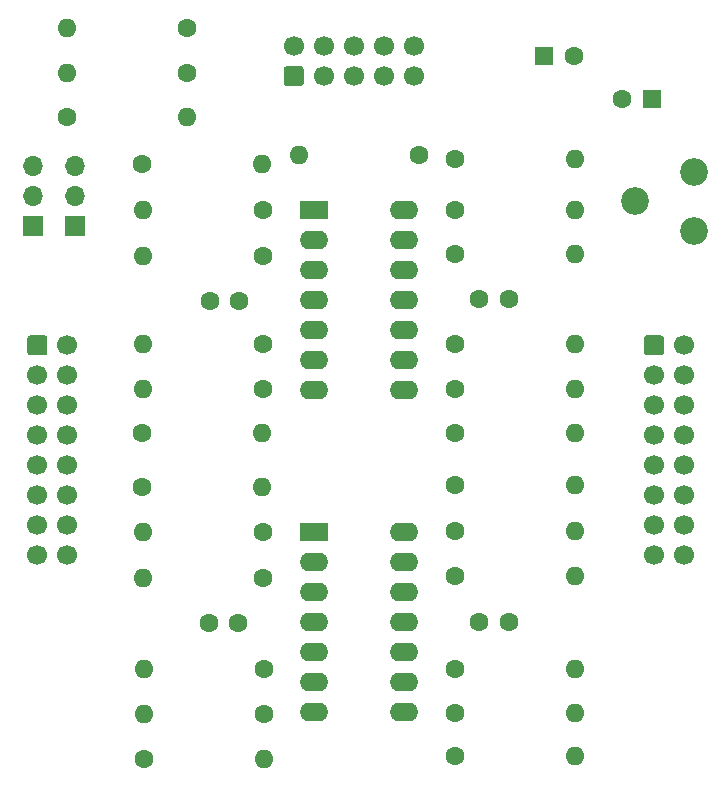
<source format=gbr>
%TF.GenerationSoftware,KiCad,Pcbnew,5.99.0+really5.1.10+dfsg1-1*%
%TF.CreationDate,2022-01-09T12:47:15+01:00*%
%TF.ProjectId,inverter-8,696e7665-7274-4657-922d-382e6b696361,v1.0.0*%
%TF.SameCoordinates,Original*%
%TF.FileFunction,Soldermask,Bot*%
%TF.FilePolarity,Negative*%
%FSLAX46Y46*%
G04 Gerber Fmt 4.6, Leading zero omitted, Abs format (unit mm)*
G04 Created by KiCad (PCBNEW 5.99.0+really5.1.10+dfsg1-1) date 2022-01-09 12:47:15*
%MOMM*%
%LPD*%
G01*
G04 APERTURE LIST*
%ADD10C,2.340000*%
%ADD11O,1.600000X1.600000*%
%ADD12C,1.600000*%
%ADD13O,1.700000X1.700000*%
%ADD14R,1.700000X1.700000*%
%ADD15R,1.600000X1.600000*%
%ADD16O,2.400000X1.600000*%
%ADD17R,2.400000X1.600000*%
%ADD18C,1.700000*%
G04 APERTURE END LIST*
D10*
%TO.C,RV1*%
X178200000Y-86300000D03*
X173200000Y-83800000D03*
X178200000Y-81300000D03*
%TD*%
D11*
%TO.C,R28*%
X168160000Y-107800000D03*
D12*
X158000000Y-107800000D03*
%TD*%
D11*
%TO.C,R27*%
X168160000Y-130800000D03*
D12*
X158000000Y-130800000D03*
%TD*%
D11*
%TO.C,R26*%
X141760000Y-131000000D03*
D12*
X131600000Y-131000000D03*
%TD*%
D11*
%TO.C,R25*%
X141660000Y-108000000D03*
D12*
X131500000Y-108000000D03*
%TD*%
D11*
%TO.C,R24*%
X168160000Y-80200000D03*
D12*
X158000000Y-80200000D03*
%TD*%
D11*
%TO.C,R23*%
X168160000Y-103400000D03*
D12*
X158000000Y-103400000D03*
%TD*%
D11*
%TO.C,R22*%
X141660000Y-103400000D03*
D12*
X131500000Y-103400000D03*
%TD*%
D11*
%TO.C,R21*%
X141660000Y-80600000D03*
D12*
X131500000Y-80600000D03*
%TD*%
D11*
%TO.C,R20*%
X135260000Y-76700000D03*
D12*
X125100000Y-76700000D03*
%TD*%
D11*
%TO.C,R19*%
X125140000Y-72900000D03*
D12*
X135300000Y-72900000D03*
%TD*%
D13*
%TO.C,J5*%
X125800000Y-80820000D03*
X125800000Y-83360000D03*
D14*
X125800000Y-85900000D03*
%TD*%
D12*
%TO.C,C6*%
X160000000Y-119400000D03*
X162500000Y-119400000D03*
%TD*%
%TO.C,C5*%
X160000000Y-92100000D03*
X162500000Y-92100000D03*
%TD*%
%TO.C,C3*%
X172100000Y-75100000D03*
D15*
X174600000Y-75100000D03*
%TD*%
D12*
%TO.C,C1*%
X168000000Y-71500000D03*
D15*
X165500000Y-71500000D03*
%TD*%
D16*
%TO.C,U2*%
X153620000Y-111800000D03*
X146000000Y-127040000D03*
X153620000Y-114340000D03*
X146000000Y-124500000D03*
X153620000Y-116880000D03*
X146000000Y-121960000D03*
X153620000Y-119420000D03*
X146000000Y-119420000D03*
X153620000Y-121960000D03*
X146000000Y-116880000D03*
X153620000Y-124500000D03*
X146000000Y-114340000D03*
X153620000Y-127040000D03*
D17*
X146000000Y-111800000D03*
%TD*%
D16*
%TO.C,U1*%
X153620000Y-84500000D03*
X146000000Y-99740000D03*
X153620000Y-87040000D03*
X146000000Y-97200000D03*
X153620000Y-89580000D03*
X146000000Y-94660000D03*
X153620000Y-92120000D03*
X146000000Y-92120000D03*
X153620000Y-94660000D03*
X146000000Y-89580000D03*
X153620000Y-97200000D03*
X146000000Y-87040000D03*
X153620000Y-99740000D03*
D17*
X146000000Y-84500000D03*
%TD*%
D11*
%TO.C,R18*%
X125140000Y-69100000D03*
D12*
X135300000Y-69100000D03*
%TD*%
D11*
%TO.C,R17*%
X144740000Y-79900000D03*
D12*
X154900000Y-79900000D03*
%TD*%
D11*
%TO.C,R16*%
X168160000Y-111700000D03*
D12*
X158000000Y-111700000D03*
%TD*%
D11*
%TO.C,R15*%
X168160000Y-127100000D03*
D12*
X158000000Y-127100000D03*
%TD*%
D11*
%TO.C,R14*%
X131640000Y-127200000D03*
D12*
X141800000Y-127200000D03*
%TD*%
D11*
%TO.C,R13*%
X131540000Y-111800000D03*
D12*
X141700000Y-111800000D03*
%TD*%
D11*
%TO.C,R12*%
X168160000Y-115500000D03*
D12*
X158000000Y-115500000D03*
%TD*%
D11*
%TO.C,R11*%
X168160000Y-123400000D03*
D12*
X158000000Y-123400000D03*
%TD*%
D11*
%TO.C,R10*%
X131640000Y-123400000D03*
D12*
X141800000Y-123400000D03*
%TD*%
D11*
%TO.C,R9*%
X131540000Y-115700000D03*
D12*
X141700000Y-115700000D03*
%TD*%
D11*
%TO.C,R8*%
X168160000Y-84500000D03*
D12*
X158000000Y-84500000D03*
%TD*%
D11*
%TO.C,R7*%
X168160000Y-99700000D03*
D12*
X158000000Y-99700000D03*
%TD*%
D11*
%TO.C,R6*%
X131540000Y-99700000D03*
D12*
X141700000Y-99700000D03*
%TD*%
D11*
%TO.C,R5*%
X131540000Y-84500000D03*
D12*
X141700000Y-84500000D03*
%TD*%
D11*
%TO.C,R4*%
X168160000Y-88300000D03*
D12*
X158000000Y-88300000D03*
%TD*%
D11*
%TO.C,R3*%
X168160000Y-95900000D03*
D12*
X158000000Y-95900000D03*
%TD*%
D11*
%TO.C,R2*%
X131540000Y-95900000D03*
D12*
X141700000Y-95900000D03*
%TD*%
D11*
%TO.C,R1*%
X131540000Y-88400000D03*
D12*
X141700000Y-88400000D03*
%TD*%
D18*
%TO.C,J4*%
X154460000Y-70660000D03*
X151920000Y-70660000D03*
X149380000Y-70660000D03*
X146840000Y-70660000D03*
X144300000Y-70660000D03*
X154460000Y-73200000D03*
X151920000Y-73200000D03*
X149380000Y-73200000D03*
X146840000Y-73200000D03*
G36*
G01*
X144900000Y-74050000D02*
X143700000Y-74050000D01*
G75*
G02*
X143450000Y-73800000I0J250000D01*
G01*
X143450000Y-72600000D01*
G75*
G02*
X143700000Y-72350000I250000J0D01*
G01*
X144900000Y-72350000D01*
G75*
G02*
X145150000Y-72600000I0J-250000D01*
G01*
X145150000Y-73800000D01*
G75*
G02*
X144900000Y-74050000I-250000J0D01*
G01*
G37*
%TD*%
D13*
%TO.C,J3*%
X122200000Y-80820000D03*
X122200000Y-83360000D03*
D14*
X122200000Y-85900000D03*
%TD*%
D18*
%TO.C,J2*%
X177340000Y-113780000D03*
X177340000Y-111240000D03*
X177340000Y-108700000D03*
X177340000Y-106160000D03*
X177340000Y-103620000D03*
X177340000Y-101080000D03*
X177340000Y-98540000D03*
X177340000Y-96000000D03*
X174800000Y-113780000D03*
X174800000Y-111240000D03*
X174800000Y-108700000D03*
X174800000Y-106160000D03*
X174800000Y-103620000D03*
X174800000Y-101080000D03*
X174800000Y-98540000D03*
G36*
G01*
X173950000Y-96600000D02*
X173950000Y-95400000D01*
G75*
G02*
X174200000Y-95150000I250000J0D01*
G01*
X175400000Y-95150000D01*
G75*
G02*
X175650000Y-95400000I0J-250000D01*
G01*
X175650000Y-96600000D01*
G75*
G02*
X175400000Y-96850000I-250000J0D01*
G01*
X174200000Y-96850000D01*
G75*
G02*
X173950000Y-96600000I0J250000D01*
G01*
G37*
%TD*%
%TO.C,J1*%
X125140000Y-113780000D03*
X125140000Y-111240000D03*
X125140000Y-108700000D03*
X125140000Y-106160000D03*
X125140000Y-103620000D03*
X125140000Y-101080000D03*
X125140000Y-98540000D03*
X125140000Y-96000000D03*
X122600000Y-113780000D03*
X122600000Y-111240000D03*
X122600000Y-108700000D03*
X122600000Y-106160000D03*
X122600000Y-103620000D03*
X122600000Y-101080000D03*
X122600000Y-98540000D03*
G36*
G01*
X121750000Y-96600000D02*
X121750000Y-95400000D01*
G75*
G02*
X122000000Y-95150000I250000J0D01*
G01*
X123200000Y-95150000D01*
G75*
G02*
X123450000Y-95400000I0J-250000D01*
G01*
X123450000Y-96600000D01*
G75*
G02*
X123200000Y-96850000I-250000J0D01*
G01*
X122000000Y-96850000D01*
G75*
G02*
X121750000Y-96600000I0J250000D01*
G01*
G37*
%TD*%
D12*
%TO.C,C4*%
X139600000Y-119500000D03*
X137100000Y-119500000D03*
%TD*%
%TO.C,C2*%
X139700000Y-92200000D03*
X137200000Y-92200000D03*
%TD*%
M02*

</source>
